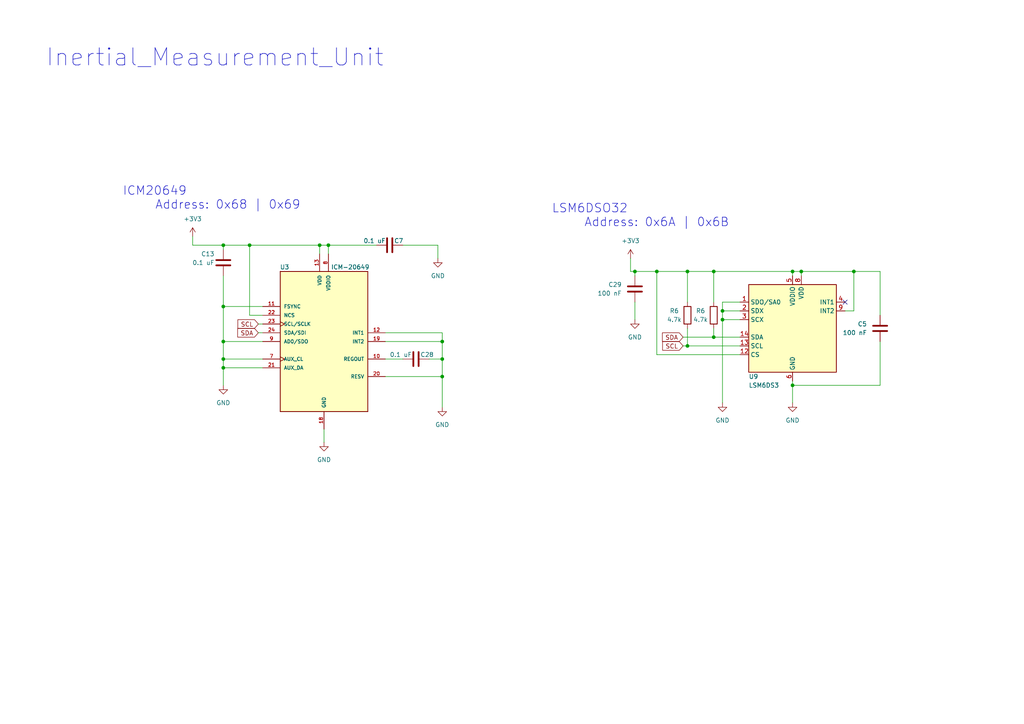
<source format=kicad_sch>
(kicad_sch (version 20230121) (generator eeschema)

  (uuid 0876c4dd-395c-4772-a5cf-f7ddfebc4239)

  (paper "A4")

  (lib_symbols
    (symbol "+3V3_1" (power) (pin_names (offset 0)) (in_bom yes) (on_board yes)
      (property "Reference" "#PWR" (at 0 -3.81 0)
        (effects (font (size 1.27 1.27)) hide)
      )
      (property "Value" "+3V3_1" (at 0 3.556 0)
        (effects (font (size 1.27 1.27)))
      )
      (property "Footprint" "" (at 0 0 0)
        (effects (font (size 1.27 1.27)) hide)
      )
      (property "Datasheet" "" (at 0 0 0)
        (effects (font (size 1.27 1.27)) hide)
      )
      (property "ki_keywords" "global power" (at 0 0 0)
        (effects (font (size 1.27 1.27)) hide)
      )
      (property "ki_description" "Power symbol creates a global label with name \"+3V3\"" (at 0 0 0)
        (effects (font (size 1.27 1.27)) hide)
      )
      (symbol "+3V3_1_0_1"
        (polyline
          (pts
            (xy -0.762 1.27)
            (xy 0 2.54)
          )
          (stroke (width 0) (type default))
          (fill (type none))
        )
        (polyline
          (pts
            (xy 0 0)
            (xy 0 2.54)
          )
          (stroke (width 0) (type default))
          (fill (type none))
        )
        (polyline
          (pts
            (xy 0 2.54)
            (xy 0.762 1.27)
          )
          (stroke (width 0) (type default))
          (fill (type none))
        )
      )
      (symbol "+3V3_1_1_1"
        (pin power_in line (at 0 0 90) (length 0) hide
          (name "+3V3" (effects (font (size 1.27 1.27))))
          (number "1" (effects (font (size 1.27 1.27))))
        )
      )
    )
    (symbol "+3V3_2" (power) (pin_names (offset 0)) (in_bom yes) (on_board yes)
      (property "Reference" "#PWR" (at 0 -3.81 0)
        (effects (font (size 1.27 1.27)) hide)
      )
      (property "Value" "+3V3_2" (at 0 3.556 0)
        (effects (font (size 1.27 1.27)))
      )
      (property "Footprint" "" (at 0 0 0)
        (effects (font (size 1.27 1.27)) hide)
      )
      (property "Datasheet" "" (at 0 0 0)
        (effects (font (size 1.27 1.27)) hide)
      )
      (property "ki_keywords" "global power" (at 0 0 0)
        (effects (font (size 1.27 1.27)) hide)
      )
      (property "ki_description" "Power symbol creates a global label with name \"+3V3\"" (at 0 0 0)
        (effects (font (size 1.27 1.27)) hide)
      )
      (symbol "+3V3_2_0_1"
        (polyline
          (pts
            (xy -0.762 1.27)
            (xy 0 2.54)
          )
          (stroke (width 0) (type default))
          (fill (type none))
        )
        (polyline
          (pts
            (xy 0 0)
            (xy 0 2.54)
          )
          (stroke (width 0) (type default))
          (fill (type none))
        )
        (polyline
          (pts
            (xy 0 2.54)
            (xy 0.762 1.27)
          )
          (stroke (width 0) (type default))
          (fill (type none))
        )
      )
      (symbol "+3V3_2_1_1"
        (pin power_in line (at 0 0 90) (length 0) hide
          (name "+3V3" (effects (font (size 1.27 1.27))))
          (number "1" (effects (font (size 1.27 1.27))))
        )
      )
    )
    (symbol "Device:C" (pin_numbers hide) (pin_names (offset 0.254)) (in_bom yes) (on_board yes)
      (property "Reference" "C" (at 0.635 2.54 0)
        (effects (font (size 1.27 1.27)) (justify left))
      )
      (property "Value" "C" (at 0.635 -2.54 0)
        (effects (font (size 1.27 1.27)) (justify left))
      )
      (property "Footprint" "" (at 0.9652 -3.81 0)
        (effects (font (size 1.27 1.27)) hide)
      )
      (property "Datasheet" "~" (at 0 0 0)
        (effects (font (size 1.27 1.27)) hide)
      )
      (property "ki_keywords" "cap capacitor" (at 0 0 0)
        (effects (font (size 1.27 1.27)) hide)
      )
      (property "ki_description" "Unpolarized capacitor" (at 0 0 0)
        (effects (font (size 1.27 1.27)) hide)
      )
      (property "ki_fp_filters" "C_*" (at 0 0 0)
        (effects (font (size 1.27 1.27)) hide)
      )
      (symbol "C_0_1"
        (polyline
          (pts
            (xy -2.032 -0.762)
            (xy 2.032 -0.762)
          )
          (stroke (width 0.508) (type default))
          (fill (type none))
        )
        (polyline
          (pts
            (xy -2.032 0.762)
            (xy 2.032 0.762)
          )
          (stroke (width 0.508) (type default))
          (fill (type none))
        )
      )
      (symbol "C_1_1"
        (pin passive line (at 0 3.81 270) (length 2.794)
          (name "~" (effects (font (size 1.27 1.27))))
          (number "1" (effects (font (size 1.27 1.27))))
        )
        (pin passive line (at 0 -3.81 90) (length 2.794)
          (name "~" (effects (font (size 1.27 1.27))))
          (number "2" (effects (font (size 1.27 1.27))))
        )
      )
    )
    (symbol "Device:R" (pin_numbers hide) (pin_names (offset 0)) (in_bom yes) (on_board yes)
      (property "Reference" "R" (at 2.032 0 90)
        (effects (font (size 1.27 1.27)))
      )
      (property "Value" "R" (at 0 0 90)
        (effects (font (size 1.27 1.27)))
      )
      (property "Footprint" "" (at -1.778 0 90)
        (effects (font (size 1.27 1.27)) hide)
      )
      (property "Datasheet" "~" (at 0 0 0)
        (effects (font (size 1.27 1.27)) hide)
      )
      (property "ki_keywords" "R res resistor" (at 0 0 0)
        (effects (font (size 1.27 1.27)) hide)
      )
      (property "ki_description" "Resistor" (at 0 0 0)
        (effects (font (size 1.27 1.27)) hide)
      )
      (property "ki_fp_filters" "R_*" (at 0 0 0)
        (effects (font (size 1.27 1.27)) hide)
      )
      (symbol "R_0_1"
        (rectangle (start -1.016 -2.54) (end 1.016 2.54)
          (stroke (width 0.254) (type default))
          (fill (type none))
        )
      )
      (symbol "R_1_1"
        (pin passive line (at 0 3.81 270) (length 1.27)
          (name "~" (effects (font (size 1.27 1.27))))
          (number "1" (effects (font (size 1.27 1.27))))
        )
        (pin passive line (at 0 -3.81 90) (length 1.27)
          (name "~" (effects (font (size 1.27 1.27))))
          (number "2" (effects (font (size 1.27 1.27))))
        )
      )
    )
    (symbol "EXO_BRONCO_Avionics_Sym:ICM-20649" (pin_names (offset 1.016)) (in_bom yes) (on_board yes)
      (property "Reference" "U" (at -12.7139 20.9779 0)
        (effects (font (size 1.27 1.27)) (justify left bottom))
      )
      (property "Value" "ICM-20649" (at -12.7066 -22.8719 0)
        (effects (font (size 1.27 1.27)) (justify left bottom))
      )
      (property "Footprint" "Exo_Bronco_Avionics_Footprints:QFN40P300X300X95-24N" (at 0 -55.88 0)
        (effects (font (size 1.27 1.27)) (justify bottom) hide)
      )
      (property "Datasheet" "" (at 0 0 0)
        (effects (font (size 1.27 1.27)) hide)
      )
      (property "MF" "TDK InvenSense" (at -29.21 -55.88 0)
        (effects (font (size 1.27 1.27)) (justify bottom) hide)
      )
      (property "DESCRIPTION" "Wide-Range 6-Axis MEMS MotionTracking Device for Sports and High Impact Applications" (at 11.43 -31.75 0)
        (effects (font (size 1.27 1.27)) (justify bottom) hide)
      )
      (property "PACKAGE" "QFN-24 InvenSense" (at -8.89 -53.34 0)
        (effects (font (size 1.27 1.27)) (justify bottom) hide)
      )
      (property "NOTES" "The center Exposed Pad (EP), for MPU devices is a No Connect (NC) pad. To avoid package stress, do not solder the EP to the PCB. Please refer to the document “AN-IVS-0002A-00”. As a result of these guidelines, the exposed pad has not been included on the PCB footprint. We’ve added a keep-out area under the exposed pad. Please don’t route traces or vias under the part, on the same side of the board" (at -7.62 -44.45 0)
        (effects (font (size 1.27 1.27)) (justify bottom) hide)
      )
      (property "Package" "QFN-24 TDK" (at 8.89 -52.07 0)
        (effects (font (size 1.27 1.27)) (justify bottom) hide)
      )
      (property "Check_prices" "https://www.snapeda.com/parts/ICM-20649/TDK+InvenSense/view-part/?ref=eda" (at 15.24 -27.94 0)
        (effects (font (size 1.27 1.27)) (justify bottom) hide)
      )
      (property "Price" "None" (at 25.4 -55.88 0)
        (effects (font (size 1.27 1.27)) (justify bottom) hide)
      )
      (property "PRICE" "None" (at -5.08 -58.42 0)
        (effects (font (size 1.27 1.27)) (justify bottom) hide)
      )
      (property "SnapEDA_Link" "https://www.snapeda.com/parts/ICM-20649/TDK+InvenSense/view-part/?ref=snap" (at 7.62 -39.37 0)
        (effects (font (size 1.27 1.27)) (justify bottom) hide)
      )
      (property "MP" "ICM-20649" (at 6.35 -59.69 0)
        (effects (font (size 1.27 1.27)) (justify bottom) hide)
      )
      (property "Purchase-URL" "https://www.snapeda.com/api/url_track_click_mouser/?unipart_id=557276&manufacturer=TDK InvenSense&part_name=ICM-20649&search_term=None" (at 1.27 -34.29 0)
        (effects (font (size 1.27 1.27)) (justify bottom) hide)
      )
      (property "Availability" "In Stock" (at -26.67 -53.34 0)
        (effects (font (size 1.27 1.27)) (justify bottom) hide)
      )
      (property "AVAILABILITY" "Unavailable" (at -7.62 -63.5 0)
        (effects (font (size 1.27 1.27)) (justify bottom) hide)
      )
      (property "Description" "\nAccelerometer, Gyroscope, Temperature, 6 Axis Sensor I²C, SPI Output\n" (at 7.62 -48.26 0)
        (effects (font (size 1.27 1.27)) (justify bottom) hide)
      )
      (symbol "ICM-20649_0_0"
        (rectangle (start -12.7 20.32) (end 12.7 -20.32)
          (stroke (width 0.254) (type default))
          (fill (type background))
        )
        (pin passive line (at 17.78 -5.08 180) (length 5.08)
          (name "REGOUT" (effects (font (size 1.016 1.016))))
          (number "10" (effects (font (size 1.016 1.016))))
        )
        (pin input line (at -17.78 10.16 0) (length 5.08)
          (name "FSYNC" (effects (font (size 1.016 1.016))))
          (number "11" (effects (font (size 1.016 1.016))))
        )
        (pin output line (at 17.78 2.54 180) (length 5.08)
          (name "INT1" (effects (font (size 1.016 1.016))))
          (number "12" (effects (font (size 1.016 1.016))))
        )
        (pin power_in line (at -1.27 25.4 270) (length 5.08)
          (name "VDD" (effects (font (size 1.016 1.016))))
          (number "13" (effects (font (size 1.016 1.016))))
        )
        (pin power_in line (at 0 -25.4 90) (length 5.08)
          (name "GND" (effects (font (size 1.016 1.016))))
          (number "18" (effects (font (size 1.016 1.016))))
        )
        (pin output line (at 17.78 0 180) (length 5.08)
          (name "INT2" (effects (font (size 1.016 1.016))))
          (number "19" (effects (font (size 1.016 1.016))))
        )
        (pin passive line (at 17.78 -10.16 180) (length 5.08)
          (name "RESV" (effects (font (size 1.016 1.016))))
          (number "20" (effects (font (size 1.016 1.016))))
        )
        (pin bidirectional line (at -17.78 -7.62 0) (length 5.08)
          (name "AUX_DA" (effects (font (size 1.016 1.016))))
          (number "21" (effects (font (size 1.016 1.016))))
        )
        (pin input line (at -17.78 7.62 0) (length 5.08)
          (name "NCS" (effects (font (size 1.016 1.016))))
          (number "22" (effects (font (size 1.016 1.016))))
        )
        (pin input clock (at -17.78 5.08 0) (length 5.08)
          (name "SCL/SCLK" (effects (font (size 1.016 1.016))))
          (number "23" (effects (font (size 1.016 1.016))))
        )
        (pin input line (at -17.78 2.54 0) (length 5.08)
          (name "SDA/SDI" (effects (font (size 1.016 1.016))))
          (number "24" (effects (font (size 1.016 1.016))))
        )
        (pin bidirectional clock (at -17.78 -5.08 0) (length 5.08)
          (name "AUX_CL" (effects (font (size 1.016 1.016))))
          (number "7" (effects (font (size 1.016 1.016))))
        )
        (pin power_in line (at 1.27 25.4 270) (length 5.08)
          (name "VDDIO" (effects (font (size 1.016 1.016))))
          (number "8" (effects (font (size 1.016 1.016))))
        )
        (pin output line (at -17.78 0 0) (length 5.08)
          (name "AD0/SDO" (effects (font (size 1.016 1.016))))
          (number "9" (effects (font (size 1.016 1.016))))
        )
      )
    )
    (symbol "GND_1" (power) (pin_names (offset 0)) (in_bom yes) (on_board yes)
      (property "Reference" "#PWR" (at 0 -6.35 0)
        (effects (font (size 1.27 1.27)) hide)
      )
      (property "Value" "GND_1" (at 0 -3.81 0)
        (effects (font (size 1.27 1.27)))
      )
      (property "Footprint" "" (at 0 0 0)
        (effects (font (size 1.27 1.27)) hide)
      )
      (property "Datasheet" "" (at 0 0 0)
        (effects (font (size 1.27 1.27)) hide)
      )
      (property "ki_keywords" "global power" (at 0 0 0)
        (effects (font (size 1.27 1.27)) hide)
      )
      (property "ki_description" "Power symbol creates a global label with name \"GND\" , ground" (at 0 0 0)
        (effects (font (size 1.27 1.27)) hide)
      )
      (symbol "GND_1_0_1"
        (polyline
          (pts
            (xy 0 0)
            (xy 0 -1.27)
            (xy 1.27 -1.27)
            (xy 0 -2.54)
            (xy -1.27 -1.27)
            (xy 0 -1.27)
          )
          (stroke (width 0) (type default))
          (fill (type none))
        )
      )
      (symbol "GND_1_1_1"
        (pin power_in line (at 0 0 270) (length 0) hide
          (name "GND" (effects (font (size 1.27 1.27))))
          (number "1" (effects (font (size 1.27 1.27))))
        )
      )
    )
    (symbol "GND_2" (power) (pin_names (offset 0)) (in_bom yes) (on_board yes)
      (property "Reference" "#PWR" (at 0 -6.35 0)
        (effects (font (size 1.27 1.27)) hide)
      )
      (property "Value" "GND_2" (at 0 -3.81 0)
        (effects (font (size 1.27 1.27)))
      )
      (property "Footprint" "" (at 0 0 0)
        (effects (font (size 1.27 1.27)) hide)
      )
      (property "Datasheet" "" (at 0 0 0)
        (effects (font (size 1.27 1.27)) hide)
      )
      (property "ki_keywords" "global power" (at 0 0 0)
        (effects (font (size 1.27 1.27)) hide)
      )
      (property "ki_description" "Power symbol creates a global label with name \"GND\" , ground" (at 0 0 0)
        (effects (font (size 1.27 1.27)) hide)
      )
      (symbol "GND_2_0_1"
        (polyline
          (pts
            (xy 0 0)
            (xy 0 -1.27)
            (xy 1.27 -1.27)
            (xy 0 -2.54)
            (xy -1.27 -1.27)
            (xy 0 -1.27)
          )
          (stroke (width 0) (type default))
          (fill (type none))
        )
      )
      (symbol "GND_2_1_1"
        (pin power_in line (at 0 0 270) (length 0) hide
          (name "GND" (effects (font (size 1.27 1.27))))
          (number "1" (effects (font (size 1.27 1.27))))
        )
      )
    )
    (symbol "GND_3" (power) (pin_names (offset 0)) (in_bom yes) (on_board yes)
      (property "Reference" "#PWR" (at 0 -6.35 0)
        (effects (font (size 1.27 1.27)) hide)
      )
      (property "Value" "GND_3" (at 0 -3.81 0)
        (effects (font (size 1.27 1.27)))
      )
      (property "Footprint" "" (at 0 0 0)
        (effects (font (size 1.27 1.27)) hide)
      )
      (property "Datasheet" "" (at 0 0 0)
        (effects (font (size 1.27 1.27)) hide)
      )
      (property "ki_keywords" "global power" (at 0 0 0)
        (effects (font (size 1.27 1.27)) hide)
      )
      (property "ki_description" "Power symbol creates a global label with name \"GND\" , ground" (at 0 0 0)
        (effects (font (size 1.27 1.27)) hide)
      )
      (symbol "GND_3_0_1"
        (polyline
          (pts
            (xy 0 0)
            (xy 0 -1.27)
            (xy 1.27 -1.27)
            (xy 0 -2.54)
            (xy -1.27 -1.27)
            (xy 0 -1.27)
          )
          (stroke (width 0) (type default))
          (fill (type none))
        )
      )
      (symbol "GND_3_1_1"
        (pin power_in line (at 0 0 270) (length 0) hide
          (name "GND" (effects (font (size 1.27 1.27))))
          (number "1" (effects (font (size 1.27 1.27))))
        )
      )
    )
    (symbol "Sensor_Motion:LSM6DS3" (in_bom yes) (on_board yes)
      (property "Reference" "U" (at -11.43 15.24 0)
        (effects (font (size 1.27 1.27)) (justify left))
      )
      (property "Value" "LSM6DS3" (at -11.43 12.7 0)
        (effects (font (size 1.27 1.27)) (justify left bottom))
      )
      (property "Footprint" "Package_LGA:LGA-14_3x2.5mm_P0.5mm_LayoutBorder3x4y" (at -10.16 -17.78 0)
        (effects (font (size 1.27 1.27)) (justify left) hide)
      )
      (property "Datasheet" "https://www.st.com/resource/en/datasheet/lsm6ds3tr-c.pdf" (at 2.54 -16.51 0)
        (effects (font (size 1.27 1.27)) hide)
      )
      (property "ki_keywords" "Accelerometer Gyroscope MEMS" (at 0 0 0)
        (effects (font (size 1.27 1.27)) hide)
      )
      (property "ki_description" "I2C/SPI, iNEMO inertial module: always-on 3D accelerometer and 3D gyroscope" (at 0 0 0)
        (effects (font (size 1.27 1.27)) hide)
      )
      (property "ki_fp_filters" "LGA*3x2.5mm*P0.5mm*LayoutBorder3x4y*" (at 0 0 0)
        (effects (font (size 1.27 1.27)) hide)
      )
      (symbol "LSM6DS3_0_1"
        (rectangle (start -12.7 12.7) (end 12.7 -12.7)
          (stroke (width 0.254) (type default))
          (fill (type background))
        )
      )
      (symbol "LSM6DS3_1_1"
        (pin bidirectional line (at -15.24 7.62 0) (length 2.54)
          (name "SDO/SA0" (effects (font (size 1.27 1.27))))
          (number "1" (effects (font (size 1.27 1.27))))
        )
        (pin no_connect line (at 12.7 -5.08 180) (length 3.81) hide
          (name "NC" (effects (font (size 1.27 1.27))))
          (number "10" (effects (font (size 1.27 1.27))))
        )
        (pin no_connect line (at 12.7 -2.54 180) (length 3.81) hide
          (name "NC" (effects (font (size 1.27 1.27))))
          (number "11" (effects (font (size 1.27 1.27))))
        )
        (pin input line (at -15.24 -7.62 0) (length 2.54)
          (name "CS" (effects (font (size 1.27 1.27))))
          (number "12" (effects (font (size 1.27 1.27))))
        )
        (pin input line (at -15.24 -5.08 0) (length 2.54)
          (name "SCL" (effects (font (size 1.27 1.27))))
          (number "13" (effects (font (size 1.27 1.27))))
        )
        (pin bidirectional line (at -15.24 -2.54 0) (length 2.54)
          (name "SDA" (effects (font (size 1.27 1.27))))
          (number "14" (effects (font (size 1.27 1.27))))
        )
        (pin bidirectional line (at -15.24 5.08 0) (length 2.54)
          (name "SDX" (effects (font (size 1.27 1.27))))
          (number "2" (effects (font (size 1.27 1.27))))
        )
        (pin input line (at -15.24 2.54 0) (length 2.54)
          (name "SCX" (effects (font (size 1.27 1.27))))
          (number "3" (effects (font (size 1.27 1.27))))
        )
        (pin output line (at 15.24 7.62 180) (length 2.54)
          (name "INT1" (effects (font (size 1.27 1.27))))
          (number "4" (effects (font (size 1.27 1.27))))
        )
        (pin power_in line (at 0 15.24 270) (length 2.54)
          (name "VDDIO" (effects (font (size 1.27 1.27))))
          (number "5" (effects (font (size 1.27 1.27))))
        )
        (pin power_in line (at 0 -15.24 90) (length 2.54)
          (name "GND" (effects (font (size 1.27 1.27))))
          (number "6" (effects (font (size 1.27 1.27))))
        )
        (pin passive line (at 0 -15.24 90) (length 2.54) hide
          (name "GND" (effects (font (size 1.27 1.27))))
          (number "7" (effects (font (size 1.27 1.27))))
        )
        (pin power_in line (at 2.54 15.24 270) (length 2.54)
          (name "VDD" (effects (font (size 1.27 1.27))))
          (number "8" (effects (font (size 1.27 1.27))))
        )
        (pin output line (at 15.24 5.08 180) (length 2.54)
          (name "INT2" (effects (font (size 1.27 1.27))))
          (number "9" (effects (font (size 1.27 1.27))))
        )
      )
    )
    (symbol "power:GND" (power) (pin_names (offset 0)) (in_bom yes) (on_board yes)
      (property "Reference" "#PWR" (at 0 -6.35 0)
        (effects (font (size 1.27 1.27)) hide)
      )
      (property "Value" "GND" (at 0 -3.81 0)
        (effects (font (size 1.27 1.27)))
      )
      (property "Footprint" "" (at 0 0 0)
        (effects (font (size 1.27 1.27)) hide)
      )
      (property "Datasheet" "" (at 0 0 0)
        (effects (font (size 1.27 1.27)) hide)
      )
      (property "ki_keywords" "global power" (at 0 0 0)
        (effects (font (size 1.27 1.27)) hide)
      )
      (property "ki_description" "Power symbol creates a global label with name \"GND\" , ground" (at 0 0 0)
        (effects (font (size 1.27 1.27)) hide)
      )
      (symbol "GND_0_1"
        (polyline
          (pts
            (xy 0 0)
            (xy 0 -1.27)
            (xy 1.27 -1.27)
            (xy 0 -2.54)
            (xy -1.27 -1.27)
            (xy 0 -1.27)
          )
          (stroke (width 0) (type default))
          (fill (type none))
        )
      )
      (symbol "GND_1_1"
        (pin power_in line (at 0 0 270) (length 0) hide
          (name "GND" (effects (font (size 1.27 1.27))))
          (number "1" (effects (font (size 1.27 1.27))))
        )
      )
    )
  )

  (junction (at 64.77 71.12) (diameter 0) (color 0 0 0 0)
    (uuid 00ced96b-630d-45c4-af46-5d08bc90b0d1)
  )
  (junction (at 207.01 78.74) (diameter 0) (color 0 0 0 0)
    (uuid 06814638-2a55-48e3-b97f-44df21d5f203)
  )
  (junction (at 184.15 78.74) (diameter 0) (color 0 0 0 0)
    (uuid 0f4890ed-53ce-46d6-a31a-7c35040ebdbd)
  )
  (junction (at 209.55 92.71) (diameter 0) (color 0 0 0 0)
    (uuid 1901098d-64a6-4126-8b3b-e279613eeea1)
  )
  (junction (at 128.27 109.22) (diameter 0) (color 0 0 0 0)
    (uuid 1fc91669-f023-4bed-8b92-fb08da43ff0b)
  )
  (junction (at 64.77 106.68) (diameter 0) (color 0 0 0 0)
    (uuid 3487ef81-d024-47de-a600-59ba64004f79)
  )
  (junction (at 209.55 90.17) (diameter 0) (color 0 0 0 0)
    (uuid 56edc0c1-1c2d-4d74-a639-85c31e9755bd)
  )
  (junction (at 232.41 78.74) (diameter 0) (color 0 0 0 0)
    (uuid 6bc5ed2c-a146-4cf3-9144-a38eaddf86c7)
  )
  (junction (at 128.27 99.06) (diameter 0) (color 0 0 0 0)
    (uuid 7d5b17c2-a846-4960-8686-bb8d3baf13d3)
  )
  (junction (at 229.87 78.74) (diameter 0) (color 0 0 0 0)
    (uuid 84f11184-22a9-4180-9ae3-b5da335f313c)
  )
  (junction (at 190.5 78.74) (diameter 0) (color 0 0 0 0)
    (uuid 9e3dd726-006f-4f5f-9ece-fedc4d0e7f2c)
  )
  (junction (at 72.39 71.12) (diameter 0) (color 0 0 0 0)
    (uuid a30ae25a-848d-4c65-9dd7-23e0555381e4)
  )
  (junction (at 92.71 71.12) (diameter 0) (color 0 0 0 0)
    (uuid acf85030-4cfa-47c3-9fee-2a864422692f)
  )
  (junction (at 199.39 100.33) (diameter 0) (color 0 0 0 0)
    (uuid b5048638-a69e-4a09-a64e-6fbf9769b83c)
  )
  (junction (at 64.77 88.9) (diameter 0) (color 0 0 0 0)
    (uuid bc9079dc-77e5-4d88-9126-a8749686c6b3)
  )
  (junction (at 64.77 104.14) (diameter 0) (color 0 0 0 0)
    (uuid c2629ae8-f05d-4b4a-b2a3-e923f933be82)
  )
  (junction (at 229.87 111.76) (diameter 0) (color 0 0 0 0)
    (uuid c6f995be-460d-4e9e-b2d2-500f39c49476)
  )
  (junction (at 64.77 99.06) (diameter 0) (color 0 0 0 0)
    (uuid db6c1255-e86e-4e50-bd9d-2f3a26b87a5f)
  )
  (junction (at 207.01 97.79) (diameter 0) (color 0 0 0 0)
    (uuid e20b78fd-210f-4a7c-9d55-65245f16d404)
  )
  (junction (at 247.65 78.74) (diameter 0) (color 0 0 0 0)
    (uuid e89e939b-9f8e-49fe-9249-9aa079141ced)
  )
  (junction (at 128.27 104.14) (diameter 0) (color 0 0 0 0)
    (uuid f403c150-e0b3-4d84-97ae-cc35e8bfc891)
  )
  (junction (at 95.25 71.12) (diameter 0) (color 0 0 0 0)
    (uuid f81c6f76-d33d-4b1f-9c75-ccff0cd57dff)
  )
  (junction (at 199.39 78.74) (diameter 0) (color 0 0 0 0)
    (uuid f9e2915d-be41-48ac-b59c-d07b69f05415)
  )

  (no_connect (at 245.11 87.63) (uuid a6b3ebad-c2a9-4d73-a602-334252e667c2))

  (wire (pts (xy 247.65 78.74) (xy 255.27 78.74))
    (stroke (width 0) (type default))
    (uuid 002461c0-e01e-4d41-9964-15cc736cbc41)
  )
  (wire (pts (xy 111.76 109.22) (xy 128.27 109.22))
    (stroke (width 0) (type default))
    (uuid 02e97546-8ee9-4f04-bf63-1ac768a90e1b)
  )
  (wire (pts (xy 229.87 80.01) (xy 229.87 78.74))
    (stroke (width 0) (type default))
    (uuid 0525ca0e-8cd6-452b-b1e5-a9ae337a96c6)
  )
  (wire (pts (xy 198.12 97.79) (xy 207.01 97.79))
    (stroke (width 0) (type default))
    (uuid 0d183797-e9d4-4c66-bb29-2fec48c58d59)
  )
  (wire (pts (xy 199.39 95.25) (xy 199.39 100.33))
    (stroke (width 0) (type default))
    (uuid 0d55fb41-8614-48c3-8b80-043c90e1f6dd)
  )
  (wire (pts (xy 111.76 104.14) (xy 116.84 104.14))
    (stroke (width 0) (type default))
    (uuid 12012bc8-2bc2-4f05-82ae-a3bae02daf1f)
  )
  (wire (pts (xy 72.39 91.44) (xy 76.2 91.44))
    (stroke (width 0) (type default))
    (uuid 1325b11c-855b-483c-87ff-f0cf63ad27a0)
  )
  (wire (pts (xy 207.01 78.74) (xy 229.87 78.74))
    (stroke (width 0) (type default))
    (uuid 1497b919-58e7-4b1a-9942-d543770c661a)
  )
  (wire (pts (xy 95.25 71.12) (xy 92.71 71.12))
    (stroke (width 0) (type default))
    (uuid 173b8625-3e0e-47ae-a4a2-6b8a53b9ec09)
  )
  (wire (pts (xy 64.77 71.12) (xy 72.39 71.12))
    (stroke (width 0) (type default))
    (uuid 1dce2b8e-3521-4711-8448-03a74f2b05ff)
  )
  (wire (pts (xy 72.39 91.44) (xy 72.39 71.12))
    (stroke (width 0) (type default))
    (uuid 1e7f54e8-7997-49d6-8d98-4f3259e98900)
  )
  (wire (pts (xy 124.46 104.14) (xy 128.27 104.14))
    (stroke (width 0) (type default))
    (uuid 23c36fc1-6d5a-419c-8acc-b484d563de7a)
  )
  (wire (pts (xy 92.71 71.12) (xy 92.71 73.66))
    (stroke (width 0) (type default))
    (uuid 250657b4-9e51-4389-aad7-9f513643698f)
  )
  (wire (pts (xy 207.01 97.79) (xy 214.63 97.79))
    (stroke (width 0) (type default))
    (uuid 286147c5-3302-4de7-b664-b7e72168e679)
  )
  (wire (pts (xy 127 71.12) (xy 127 74.93))
    (stroke (width 0) (type default))
    (uuid 2c108a98-a470-48b3-a187-a12271d08d55)
  )
  (wire (pts (xy 128.27 96.52) (xy 128.27 99.06))
    (stroke (width 0) (type default))
    (uuid 2e91a30b-b959-455c-9535-8d85b85973e9)
  )
  (wire (pts (xy 64.77 71.12) (xy 64.77 72.39))
    (stroke (width 0) (type default))
    (uuid 2f36ba4f-6f93-412d-9d2f-7332258b9f21)
  )
  (wire (pts (xy 229.87 111.76) (xy 229.87 116.84))
    (stroke (width 0) (type default))
    (uuid 30a8cf1e-5cd0-4610-b8c8-f26f566ac3c1)
  )
  (wire (pts (xy 55.88 68.58) (xy 55.88 71.12))
    (stroke (width 0) (type default))
    (uuid 344762cc-111a-43bf-a0e1-f1a8fcdf4a99)
  )
  (wire (pts (xy 93.98 124.46) (xy 93.98 128.27))
    (stroke (width 0) (type default))
    (uuid 3df1619f-e10b-4949-99c1-b9bc54f853fd)
  )
  (wire (pts (xy 128.27 99.06) (xy 128.27 104.14))
    (stroke (width 0) (type default))
    (uuid 3fe8a647-348d-4ce5-a2ba-fce730e3927d)
  )
  (wire (pts (xy 229.87 110.49) (xy 229.87 111.76))
    (stroke (width 0) (type default))
    (uuid 42a0b302-e6e2-4f5a-b396-606581fa1856)
  )
  (wire (pts (xy 209.55 92.71) (xy 214.63 92.71))
    (stroke (width 0) (type default))
    (uuid 45c3b7b9-d431-45d5-8fd0-5db1f08f8243)
  )
  (wire (pts (xy 64.77 104.14) (xy 64.77 106.68))
    (stroke (width 0) (type default))
    (uuid 546a0597-9490-45da-970b-2408b2b79dd6)
  )
  (wire (pts (xy 64.77 99.06) (xy 76.2 99.06))
    (stroke (width 0) (type default))
    (uuid 5741af3a-2c1f-4466-85ed-501b168b36a0)
  )
  (wire (pts (xy 198.12 100.33) (xy 199.39 100.33))
    (stroke (width 0) (type default))
    (uuid 59923998-88d3-4c53-ad73-71452643f099)
  )
  (wire (pts (xy 64.77 88.9) (xy 64.77 99.06))
    (stroke (width 0) (type default))
    (uuid 5ced5d3c-1165-42cb-9ae3-771c0eb628d3)
  )
  (wire (pts (xy 128.27 109.22) (xy 128.27 118.11))
    (stroke (width 0) (type default))
    (uuid 5d7a5354-467e-47c2-87f6-76723c5bbdd8)
  )
  (wire (pts (xy 111.76 99.06) (xy 128.27 99.06))
    (stroke (width 0) (type default))
    (uuid 61411028-b5f0-45dc-9102-65c3d83cca0b)
  )
  (wire (pts (xy 199.39 100.33) (xy 214.63 100.33))
    (stroke (width 0) (type default))
    (uuid 664b0b9b-3e6c-48a9-86b7-ad470e7bfe40)
  )
  (wire (pts (xy 190.5 102.87) (xy 214.63 102.87))
    (stroke (width 0) (type default))
    (uuid 66e5ff2f-eae2-4e79-91ed-b5438d6ef373)
  )
  (wire (pts (xy 232.41 80.01) (xy 232.41 78.74))
    (stroke (width 0) (type default))
    (uuid 68f5903e-b1ba-4b96-9f08-8aa8e24d31a9)
  )
  (wire (pts (xy 255.27 78.74) (xy 255.27 91.44))
    (stroke (width 0) (type default))
    (uuid 69ef9fa9-072f-49a1-9d9a-c1780447cb8f)
  )
  (wire (pts (xy 182.88 74.93) (xy 182.88 78.74))
    (stroke (width 0) (type default))
    (uuid 6b999bf8-4227-4127-9874-c7aaadd05b11)
  )
  (wire (pts (xy 184.15 78.74) (xy 184.15 80.01))
    (stroke (width 0) (type default))
    (uuid 6bd1c58f-9821-479f-8411-e650717bd16f)
  )
  (wire (pts (xy 255.27 111.76) (xy 229.87 111.76))
    (stroke (width 0) (type default))
    (uuid 71e2df8c-e8c9-49fd-ac09-5ce035bb1195)
  )
  (wire (pts (xy 199.39 78.74) (xy 207.01 78.74))
    (stroke (width 0) (type default))
    (uuid 73325e8e-4515-4cb2-829c-8eba78223d84)
  )
  (wire (pts (xy 209.55 87.63) (xy 209.55 90.17))
    (stroke (width 0) (type default))
    (uuid 761d27e9-fd7f-46be-bc46-1fff14e6c0d8)
  )
  (wire (pts (xy 255.27 99.06) (xy 255.27 111.76))
    (stroke (width 0) (type default))
    (uuid 812fa16c-ee34-498c-aa5c-f90894c90790)
  )
  (wire (pts (xy 64.77 104.14) (xy 76.2 104.14))
    (stroke (width 0) (type default))
    (uuid 847a20b5-390c-4e3a-83a2-e41963af47e9)
  )
  (wire (pts (xy 55.88 71.12) (xy 64.77 71.12))
    (stroke (width 0) (type default))
    (uuid 86a13705-4c1e-4876-bb80-845fe8ee1d69)
  )
  (wire (pts (xy 64.77 99.06) (xy 64.77 104.14))
    (stroke (width 0) (type default))
    (uuid 87e08f32-834b-41ea-8e45-0bd60c83ffcb)
  )
  (wire (pts (xy 74.93 93.98) (xy 76.2 93.98))
    (stroke (width 0) (type default))
    (uuid 886eb12d-5548-48de-8119-705383cda93f)
  )
  (wire (pts (xy 64.77 106.68) (xy 64.77 111.76))
    (stroke (width 0) (type default))
    (uuid 9e63bacb-fba5-4b09-b7b7-86acfdb9bf9f)
  )
  (wire (pts (xy 184.15 87.63) (xy 184.15 92.71))
    (stroke (width 0) (type default))
    (uuid a873c1bd-5cb1-4d2e-92de-4e17622e9fe5)
  )
  (wire (pts (xy 209.55 90.17) (xy 214.63 90.17))
    (stroke (width 0) (type default))
    (uuid ab56896d-9300-4588-8f16-469825213626)
  )
  (wire (pts (xy 95.25 73.66) (xy 95.25 71.12))
    (stroke (width 0) (type default))
    (uuid b43ddeb3-521a-43f4-b19a-cceb227bdb3d)
  )
  (wire (pts (xy 128.27 104.14) (xy 128.27 109.22))
    (stroke (width 0) (type default))
    (uuid b60ab18f-40eb-4ee3-8e72-61d60882d320)
  )
  (wire (pts (xy 64.77 88.9) (xy 76.2 88.9))
    (stroke (width 0) (type default))
    (uuid b85076e0-6c68-40cc-9298-4bec88b2d8ff)
  )
  (wire (pts (xy 247.65 90.17) (xy 247.65 78.74))
    (stroke (width 0) (type default))
    (uuid ba401959-9428-4caa-9797-66ffe9490cb6)
  )
  (wire (pts (xy 247.65 78.74) (xy 232.41 78.74))
    (stroke (width 0) (type default))
    (uuid bb049ff0-0a6e-4e50-8f0d-95b891a43494)
  )
  (wire (pts (xy 182.88 78.74) (xy 184.15 78.74))
    (stroke (width 0) (type default))
    (uuid bdd1a010-010d-43bd-b288-7850f9fff9f4)
  )
  (wire (pts (xy 64.77 106.68) (xy 76.2 106.68))
    (stroke (width 0) (type default))
    (uuid c09a51d3-7ddb-4f5e-9520-d89b97580e0f)
  )
  (wire (pts (xy 245.11 90.17) (xy 247.65 90.17))
    (stroke (width 0) (type default))
    (uuid c2b889a9-e949-4fbd-9948-22ec3babf363)
  )
  (wire (pts (xy 190.5 102.87) (xy 190.5 78.74))
    (stroke (width 0) (type default))
    (uuid c8ed144b-b7c0-439c-bc90-afc6a38c8813)
  )
  (wire (pts (xy 232.41 78.74) (xy 229.87 78.74))
    (stroke (width 0) (type default))
    (uuid d54e8fc7-1c2e-40fc-b1b1-821e509fcbeb)
  )
  (wire (pts (xy 184.15 78.74) (xy 190.5 78.74))
    (stroke (width 0) (type default))
    (uuid d5cb0bbb-6772-4bf4-a894-c54848b34c8c)
  )
  (wire (pts (xy 116.84 71.12) (xy 127 71.12))
    (stroke (width 0) (type default))
    (uuid d7ee2cbb-849b-416d-b01d-dd5cb9fbb46e)
  )
  (wire (pts (xy 207.01 95.25) (xy 207.01 97.79))
    (stroke (width 0) (type default))
    (uuid e039a788-34b5-4e48-9315-c59500a217bd)
  )
  (wire (pts (xy 209.55 90.17) (xy 209.55 92.71))
    (stroke (width 0) (type default))
    (uuid e23e8bd8-799d-4b6e-89c6-a936ecaa7ff4)
  )
  (wire (pts (xy 214.63 87.63) (xy 209.55 87.63))
    (stroke (width 0) (type default))
    (uuid e7fe855a-2f07-4797-8b91-413a5fd5a9de)
  )
  (wire (pts (xy 72.39 71.12) (xy 92.71 71.12))
    (stroke (width 0) (type default))
    (uuid e9d6751b-db56-43cf-8d7f-1be402f1464e)
  )
  (wire (pts (xy 64.77 80.01) (xy 64.77 88.9))
    (stroke (width 0) (type default))
    (uuid ea161fd7-9edc-49ff-9ece-2cbf8c85601a)
  )
  (wire (pts (xy 199.39 87.63) (xy 199.39 78.74))
    (stroke (width 0) (type default))
    (uuid ee0ed388-488e-4725-adae-28622d698bb4)
  )
  (wire (pts (xy 209.55 92.71) (xy 209.55 116.84))
    (stroke (width 0) (type default))
    (uuid ee42e5f0-23a1-4279-aa24-aac0ae60e3ea)
  )
  (wire (pts (xy 111.76 96.52) (xy 128.27 96.52))
    (stroke (width 0) (type default))
    (uuid f58f0720-4979-4231-9590-6abfee23d4f3)
  )
  (wire (pts (xy 74.93 96.52) (xy 76.2 96.52))
    (stroke (width 0) (type default))
    (uuid f676a5fb-8d63-4e05-b562-5189bf5d62a3)
  )
  (wire (pts (xy 95.25 71.12) (xy 109.22 71.12))
    (stroke (width 0) (type default))
    (uuid fa493059-5581-4e00-9c78-197d23c431fc)
  )
  (wire (pts (xy 207.01 78.74) (xy 207.01 87.63))
    (stroke (width 0) (type default))
    (uuid fb936010-e595-4c49-8e4d-3028056165ac)
  )
  (wire (pts (xy 190.5 78.74) (xy 199.39 78.74))
    (stroke (width 0) (type default))
    (uuid ffde251c-843d-469d-aa95-14db949a24a2)
  )

  (text "Inertial_Measurement_Unit" (at 13.208 19.7104 0)
    (effects (font (size 5 5)) (justify left bottom))
    (uuid 7da5eeb2-b2c2-45ef-81a9-bc22670dd03b)
  )
  (text "LSM6DSO32\n	Address: 0x6A | 0x6B\n" (at 160.02 66.04 0)
    (effects (font (size 2.5 2.5)) (justify left bottom))
    (uuid 8dfc014b-d966-47d8-a980-e8e8caf4f304)
  )
  (text "ICM20649\n	Address: 0x68 | 0x69" (at 35.56 60.96 0)
    (effects (font (size 2.5 2.5)) (justify left bottom))
    (uuid d0f7cb91-96a3-4f17-8b84-990f6c223379)
  )

  (global_label "SCL" (shape input) (at 198.12 100.33 180) (fields_autoplaced)
    (effects (font (size 1.27 1.27)) (justify right))
    (uuid 124211a4-2027-4c95-a5a8-15ee08dd9fad)
    (property "Intersheetrefs" "${INTERSHEET_REFS}" (at 192.1993 100.2506 0)
      (effects (font (size 1.27 1.27)) (justify right) hide)
    )
  )
  (global_label "SDA" (shape input) (at 74.93 96.52 180) (fields_autoplaced)
    (effects (font (size 1.27 1.27)) (justify right))
    (uuid 3ccd68cf-3897-4bc5-b022-9e5802ad49a0)
    (property "Intersheetrefs" "${INTERSHEET_REFS}" (at 68.9488 96.4406 0)
      (effects (font (size 1.27 1.27)) (justify right) hide)
    )
  )
  (global_label "SDA" (shape input) (at 198.12 97.79 180) (fields_autoplaced)
    (effects (font (size 1.27 1.27)) (justify right))
    (uuid 6368c247-9cb7-4a85-9433-1ce5d51f8430)
    (property "Intersheetrefs" "${INTERSHEET_REFS}" (at 192.1388 97.7106 0)
      (effects (font (size 1.27 1.27)) (justify right) hide)
    )
  )
  (global_label "SCL" (shape input) (at 74.93 93.98 180) (fields_autoplaced)
    (effects (font (size 1.27 1.27)) (justify right))
    (uuid 72f3cd6e-540d-4c13-9323-0929ea58ce43)
    (property "Intersheetrefs" "${INTERSHEET_REFS}" (at 69.0093 93.9006 0)
      (effects (font (size 1.27 1.27)) (justify right) hide)
    )
  )

  (symbol (lib_name "GND_1") (lib_id "power:GND") (at 64.77 111.76 0) (unit 1)
    (in_bom yes) (on_board yes) (dnp no) (fields_autoplaced)
    (uuid 11d655b4-aba5-4c63-97ce-8835febbccf2)
    (property "Reference" "#PWR07" (at 64.77 118.11 0)
      (effects (font (size 1.27 1.27)) hide)
    )
    (property "Value" "GND" (at 64.77 116.84 0)
      (effects (font (size 1.27 1.27)))
    )
    (property "Footprint" "" (at 64.77 111.76 0)
      (effects (font (size 1.27 1.27)) hide)
    )
    (property "Datasheet" "" (at 64.77 111.76 0)
      (effects (font (size 1.27 1.27)) hide)
    )
    (pin "1" (uuid b6b2dd9a-799e-4f72-a477-3743d00c21e4))
    (instances
      (project "AvionicsV0"
        (path "/e63e39d7-6ac0-4ffd-8aa3-1841a4541b55/d0780931-fd80-4887-ae40-469dcb55b038/5fd9cd45-83db-44e1-8378-6ef417a62416"
          (reference "#PWR07") (unit 1)
        )
      )
    )
  )

  (symbol (lib_id "Device:C") (at 255.27 95.25 0) (unit 1)
    (in_bom yes) (on_board yes) (dnp no)
    (uuid 18bd4c2d-d060-4510-92d4-6711e5230772)
    (property "Reference" "C5" (at 251.46 93.98 0)
      (effects (font (size 1.27 1.27)) (justify right))
    )
    (property "Value" "100 nF" (at 251.46 96.52 0)
      (effects (font (size 1.27 1.27)) (justify right))
    )
    (property "Footprint" "Capacitor_SMD:C_0603_1608Metric" (at 256.2352 99.06 0)
      (effects (font (size 1.27 1.27)) hide)
    )
    (property "Datasheet" "~" (at 255.27 95.25 0)
      (effects (font (size 1.27 1.27)) hide)
    )
    (pin "1" (uuid 4db1cb6e-447b-4729-a91d-4b7fd7677a24))
    (pin "2" (uuid 46145163-9412-4a1a-ba95-01e82e626ff3))
    (instances
      (project "AvionicsV0"
        (path "/e63e39d7-6ac0-4ffd-8aa3-1841a4541b55/d0780931-fd80-4887-ae40-469dcb55b038/5fd9cd45-83db-44e1-8378-6ef417a62416"
          (reference "C5") (unit 1)
        )
      )
    )
  )

  (symbol (lib_id "Device:R") (at 199.39 91.44 0) (unit 1)
    (in_bom yes) (on_board yes) (dnp no)
    (uuid 236f2a96-5345-4ddc-bd08-ff605eda1adb)
    (property "Reference" "R6" (at 195.58 90.17 0)
      (effects (font (size 1.27 1.27)))
    )
    (property "Value" "4.7k" (at 195.58 92.71 0)
      (effects (font (size 1.27 1.27)))
    )
    (property "Footprint" "Resistor_SMD:R_0603_1608Metric" (at 197.612 91.44 90)
      (effects (font (size 1.27 1.27)) hide)
    )
    (property "Datasheet" "~" (at 199.39 91.44 0)
      (effects (font (size 1.27 1.27)) hide)
    )
    (pin "1" (uuid c45a0094-2dd8-45d3-a1ef-670a4f7e5be1))
    (pin "2" (uuid 19bb6266-884a-4f54-a7be-457ff2cf2cb7))
    (instances
      (project "AvionicsV0"
        (path "/e63e39d7-6ac0-4ffd-8aa3-1841a4541b55/d0780931-fd80-4887-ae40-469dcb55b038/1779a4fe-9c52-417c-a398-15f97b81d3f4"
          (reference "R6") (unit 1)
        )
        (path "/e63e39d7-6ac0-4ffd-8aa3-1841a4541b55/d0780931-fd80-4887-ae40-469dcb55b038/5fd9cd45-83db-44e1-8378-6ef417a62416"
          (reference "R7") (unit 1)
        )
      )
    )
  )

  (symbol (lib_id "power:GND") (at 127 74.93 0) (unit 1)
    (in_bom yes) (on_board yes) (dnp no) (fields_autoplaced)
    (uuid 2b020005-16d9-435a-b696-1d3fcc50a092)
    (property "Reference" "#PWR013" (at 127 81.28 0)
      (effects (font (size 1.27 1.27)) hide)
    )
    (property "Value" "GND" (at 127 80.01 0)
      (effects (font (size 1.27 1.27)))
    )
    (property "Footprint" "" (at 127 74.93 0)
      (effects (font (size 1.27 1.27)) hide)
    )
    (property "Datasheet" "" (at 127 74.93 0)
      (effects (font (size 1.27 1.27)) hide)
    )
    (pin "1" (uuid 886a051a-84c1-4654-8699-15936cd95e54))
    (instances
      (project "AvionicsV0"
        (path "/e63e39d7-6ac0-4ffd-8aa3-1841a4541b55/d0780931-fd80-4887-ae40-469dcb55b038/5fd9cd45-83db-44e1-8378-6ef417a62416"
          (reference "#PWR013") (unit 1)
        )
      )
    )
  )

  (symbol (lib_id "Device:C") (at 184.15 83.82 0) (unit 1)
    (in_bom yes) (on_board yes) (dnp no)
    (uuid 3733bc5d-91f1-47ff-a667-334a0ad826b2)
    (property "Reference" "C29" (at 180.34 82.55 0)
      (effects (font (size 1.27 1.27)) (justify right))
    )
    (property "Value" "100 nF" (at 180.34 85.09 0)
      (effects (font (size 1.27 1.27)) (justify right))
    )
    (property "Footprint" "Capacitor_SMD:C_0603_1608Metric" (at 185.1152 87.63 0)
      (effects (font (size 1.27 1.27)) hide)
    )
    (property "Datasheet" "~" (at 184.15 83.82 0)
      (effects (font (size 1.27 1.27)) hide)
    )
    (pin "1" (uuid 9031cc82-215a-4501-8430-bc33d8741449))
    (pin "2" (uuid 93af9115-de6a-407f-b728-0ccb56c26b69))
    (instances
      (project "AvionicsV0"
        (path "/e63e39d7-6ac0-4ffd-8aa3-1841a4541b55/d0780931-fd80-4887-ae40-469dcb55b038/5fd9cd45-83db-44e1-8378-6ef417a62416"
          (reference "C29") (unit 1)
        )
      )
    )
  )

  (symbol (lib_name "GND_2") (lib_id "power:GND") (at 229.87 116.84 0) (unit 1)
    (in_bom yes) (on_board yes) (dnp no) (fields_autoplaced)
    (uuid 602f9e0e-c38d-45b2-acd0-00e3c6b4a77b)
    (property "Reference" "#PWR08" (at 229.87 123.19 0)
      (effects (font (size 1.27 1.27)) hide)
    )
    (property "Value" "GND" (at 229.87 121.92 0)
      (effects (font (size 1.27 1.27)))
    )
    (property "Footprint" "" (at 229.87 116.84 0)
      (effects (font (size 1.27 1.27)) hide)
    )
    (property "Datasheet" "" (at 229.87 116.84 0)
      (effects (font (size 1.27 1.27)) hide)
    )
    (pin "1" (uuid 6e5a5ff6-2185-4ffb-b403-b7f35244f16d))
    (instances
      (project "AvionicsV0"
        (path "/e63e39d7-6ac0-4ffd-8aa3-1841a4541b55/d0780931-fd80-4887-ae40-469dcb55b038/5fd9cd45-83db-44e1-8378-6ef417a62416"
          (reference "#PWR08") (unit 1)
        )
      )
    )
  )

  (symbol (lib_id "Device:R") (at 207.01 91.44 0) (unit 1)
    (in_bom yes) (on_board yes) (dnp no)
    (uuid 64f560cf-7b35-4666-8705-c10c95dc343d)
    (property "Reference" "R6" (at 203.2 90.17 0)
      (effects (font (size 1.27 1.27)))
    )
    (property "Value" "4.7k" (at 203.2 92.71 0)
      (effects (font (size 1.27 1.27)))
    )
    (property "Footprint" "Resistor_SMD:R_0603_1608Metric" (at 205.232 91.44 90)
      (effects (font (size 1.27 1.27)) hide)
    )
    (property "Datasheet" "~" (at 207.01 91.44 0)
      (effects (font (size 1.27 1.27)) hide)
    )
    (pin "1" (uuid b86caaa4-cf09-4cdd-9bd3-1dc4e8010b17))
    (pin "2" (uuid 0227ece2-5b3a-4169-8919-d790ffc7881f))
    (instances
      (project "AvionicsV0"
        (path "/e63e39d7-6ac0-4ffd-8aa3-1841a4541b55/d0780931-fd80-4887-ae40-469dcb55b038/1779a4fe-9c52-417c-a398-15f97b81d3f4"
          (reference "R6") (unit 1)
        )
        (path "/e63e39d7-6ac0-4ffd-8aa3-1841a4541b55/d0780931-fd80-4887-ae40-469dcb55b038/5fd9cd45-83db-44e1-8378-6ef417a62416"
          (reference "R5") (unit 1)
        )
      )
    )
  )

  (symbol (lib_name "GND_3") (lib_id "power:GND") (at 184.15 92.71 0) (unit 1)
    (in_bom yes) (on_board yes) (dnp no) (fields_autoplaced)
    (uuid 7ff42996-8cb4-4db6-ba1e-e1a6a66dde1e)
    (property "Reference" "#PWR012" (at 184.15 99.06 0)
      (effects (font (size 1.27 1.27)) hide)
    )
    (property "Value" "GND" (at 184.15 97.79 0)
      (effects (font (size 1.27 1.27)))
    )
    (property "Footprint" "" (at 184.15 92.71 0)
      (effects (font (size 1.27 1.27)) hide)
    )
    (property "Datasheet" "" (at 184.15 92.71 0)
      (effects (font (size 1.27 1.27)) hide)
    )
    (pin "1" (uuid be4c9f67-6fcb-4df9-b0ba-df6e7ca22ba8))
    (instances
      (project "AvionicsV0"
        (path "/e63e39d7-6ac0-4ffd-8aa3-1841a4541b55/d0780931-fd80-4887-ae40-469dcb55b038/5fd9cd45-83db-44e1-8378-6ef417a62416"
          (reference "#PWR012") (unit 1)
        )
      )
    )
  )

  (symbol (lib_name "GND_1") (lib_id "power:GND") (at 128.27 118.11 0) (unit 1)
    (in_bom yes) (on_board yes) (dnp no) (fields_autoplaced)
    (uuid 836b2f76-d6d6-40eb-8641-2ad0824874e2)
    (property "Reference" "#PWR011" (at 128.27 124.46 0)
      (effects (font (size 1.27 1.27)) hide)
    )
    (property "Value" "GND" (at 128.27 123.19 0)
      (effects (font (size 1.27 1.27)))
    )
    (property "Footprint" "" (at 128.27 118.11 0)
      (effects (font (size 1.27 1.27)) hide)
    )
    (property "Datasheet" "" (at 128.27 118.11 0)
      (effects (font (size 1.27 1.27)) hide)
    )
    (pin "1" (uuid 4f77139b-e3a9-4815-a1d9-71c60983d61b))
    (instances
      (project "AvionicsV0"
        (path "/e63e39d7-6ac0-4ffd-8aa3-1841a4541b55/d0780931-fd80-4887-ae40-469dcb55b038/5fd9cd45-83db-44e1-8378-6ef417a62416"
          (reference "#PWR011") (unit 1)
        )
      )
    )
  )

  (symbol (lib_name "+3V3_2") (lib_id "power:+3V3") (at 182.88 74.93 0) (unit 1)
    (in_bom yes) (on_board yes) (dnp no) (fields_autoplaced)
    (uuid 882a3491-edce-49d8-976d-aa1df063e9d3)
    (property "Reference" "#PWR09" (at 182.88 78.74 0)
      (effects (font (size 1.27 1.27)) hide)
    )
    (property "Value" "+3V3" (at 182.88 69.85 0)
      (effects (font (size 1.27 1.27)))
    )
    (property "Footprint" "" (at 182.88 74.93 0)
      (effects (font (size 1.27 1.27)) hide)
    )
    (property "Datasheet" "" (at 182.88 74.93 0)
      (effects (font (size 1.27 1.27)) hide)
    )
    (pin "1" (uuid f9484873-9588-4dfb-bf7f-397f619e1037))
    (instances
      (project "AvionicsV0"
        (path "/e63e39d7-6ac0-4ffd-8aa3-1841a4541b55/d0780931-fd80-4887-ae40-469dcb55b038/5fd9cd45-83db-44e1-8378-6ef417a62416"
          (reference "#PWR09") (unit 1)
        )
      )
    )
  )

  (symbol (lib_name "+3V3_1") (lib_id "power:+3V3") (at 55.88 68.58 0) (unit 1)
    (in_bom yes) (on_board yes) (dnp no) (fields_autoplaced)
    (uuid 90e17997-e6d9-48f5-b611-2a31ac0e8f8f)
    (property "Reference" "#PWR05" (at 55.88 72.39 0)
      (effects (font (size 1.27 1.27)) hide)
    )
    (property "Value" "+3V3" (at 55.88 63.5 0)
      (effects (font (size 1.27 1.27)))
    )
    (property "Footprint" "" (at 55.88 68.58 0)
      (effects (font (size 1.27 1.27)) hide)
    )
    (property "Datasheet" "" (at 55.88 68.58 0)
      (effects (font (size 1.27 1.27)) hide)
    )
    (pin "1" (uuid 401c99de-2ed6-4941-8f1f-c8de9995d6ab))
    (instances
      (project "AvionicsV0"
        (path "/e63e39d7-6ac0-4ffd-8aa3-1841a4541b55/d0780931-fd80-4887-ae40-469dcb55b038/5fd9cd45-83db-44e1-8378-6ef417a62416"
          (reference "#PWR05") (unit 1)
        )
      )
    )
  )

  (symbol (lib_name "GND_1") (lib_id "power:GND") (at 93.98 128.27 0) (unit 1)
    (in_bom yes) (on_board yes) (dnp no) (fields_autoplaced)
    (uuid a04c95af-7987-4fb4-afa9-5416792d2dfc)
    (property "Reference" "#PWR06" (at 93.98 134.62 0)
      (effects (font (size 1.27 1.27)) hide)
    )
    (property "Value" "GND" (at 93.98 133.35 0)
      (effects (font (size 1.27 1.27)))
    )
    (property "Footprint" "" (at 93.98 128.27 0)
      (effects (font (size 1.27 1.27)) hide)
    )
    (property "Datasheet" "" (at 93.98 128.27 0)
      (effects (font (size 1.27 1.27)) hide)
    )
    (pin "1" (uuid 52486c75-26d4-407d-982b-900214e9ea00))
    (instances
      (project "AvionicsV0"
        (path "/e63e39d7-6ac0-4ffd-8aa3-1841a4541b55/d0780931-fd80-4887-ae40-469dcb55b038/5fd9cd45-83db-44e1-8378-6ef417a62416"
          (reference "#PWR06") (unit 1)
        )
      )
    )
  )

  (symbol (lib_id "Sensor_Motion:LSM6DS3") (at 229.87 95.25 0) (unit 1)
    (in_bom yes) (on_board yes) (dnp no)
    (uuid a746a9d1-12a0-4d85-9d13-db40a650a22b)
    (property "Reference" "U9" (at 217.17 109.22 0)
      (effects (font (size 1.27 1.27)) (justify left))
    )
    (property "Value" "LSM6DS3" (at 217.17 111.76 0)
      (effects (font (size 1.27 1.27)) (justify left))
    )
    (property "Footprint" "Package_LGA:LGA-14_3x2.5mm_P0.5mm_LayoutBorder3x4y" (at 219.71 113.03 0)
      (effects (font (size 1.27 1.27)) (justify left) hide)
    )
    (property "Datasheet" "https://www.st.com/resource/en/datasheet/lsm6ds3tr-c.pdf" (at 232.41 111.76 0)
      (effects (font (size 1.27 1.27)) hide)
    )
    (pin "1" (uuid e3052f2e-d47f-4318-a5a6-ce3febfefdf7))
    (pin "10" (uuid e6ec8c3a-bd66-4fb6-9bf4-870f678bb6fe))
    (pin "11" (uuid bec3071f-b090-4231-b32d-3c1300725b04))
    (pin "12" (uuid 72594f27-42c9-45da-813f-037eb91bcdd2))
    (pin "13" (uuid 72f8b3b9-59a2-49ee-af2f-b59ac5071aae))
    (pin "14" (uuid b8c88e71-4d3d-4236-bed5-842ff0452aeb))
    (pin "2" (uuid 44583412-18c5-42fa-8c7f-0d67c22f20ed))
    (pin "3" (uuid 58db42e1-bbbe-4394-9e99-5e11d6a3cd1e))
    (pin "4" (uuid 6d3d04f1-6b84-490f-8351-e0d4b24e3fc3))
    (pin "5" (uuid 3605e1d8-8347-413d-b5d3-af9ce59779e1))
    (pin "6" (uuid 6d08d8e8-59ac-4252-924f-2b8c5e8224a8))
    (pin "7" (uuid 0f9747d6-48f7-46e4-a6c0-36cb886d1335))
    (pin "8" (uuid 7b64849e-32a5-477a-a181-ee8ab905bba4))
    (pin "9" (uuid 932dd289-8af8-42a2-be4c-ae26e2399b93))
    (instances
      (project "AvionicsV0"
        (path "/e63e39d7-6ac0-4ffd-8aa3-1841a4541b55/d0780931-fd80-4887-ae40-469dcb55b038/5fd9cd45-83db-44e1-8378-6ef417a62416"
          (reference "U9") (unit 1)
        )
      )
    )
  )

  (symbol (lib_name "GND_2") (lib_id "power:GND") (at 209.55 116.84 0) (unit 1)
    (in_bom yes) (on_board yes) (dnp no) (fields_autoplaced)
    (uuid b51305e0-e6d0-4c85-8658-7146c5539e10)
    (property "Reference" "#PWR010" (at 209.55 123.19 0)
      (effects (font (size 1.27 1.27)) hide)
    )
    (property "Value" "GND" (at 209.55 121.92 0)
      (effects (font (size 1.27 1.27)))
    )
    (property "Footprint" "" (at 209.55 116.84 0)
      (effects (font (size 1.27 1.27)) hide)
    )
    (property "Datasheet" "" (at 209.55 116.84 0)
      (effects (font (size 1.27 1.27)) hide)
    )
    (pin "1" (uuid 415be2eb-d469-4230-ba7b-d9aa3a37bbb2))
    (instances
      (project "AvionicsV0"
        (path "/e63e39d7-6ac0-4ffd-8aa3-1841a4541b55/d0780931-fd80-4887-ae40-469dcb55b038/5fd9cd45-83db-44e1-8378-6ef417a62416"
          (reference "#PWR010") (unit 1)
        )
      )
    )
  )

  (symbol (lib_id "EXO_BRONCO_Avionics_Sym:ICM-20649") (at 93.98 99.06 0) (unit 1)
    (in_bom yes) (on_board yes) (dnp no)
    (uuid ce0d727f-084c-48e9-8b42-ec45d06c1341)
    (property "Reference" "U3" (at 82.55 77.47 0)
      (effects (font (size 1.27 1.27)))
    )
    (property "Value" "ICM-20649" (at 101.6 77.47 0)
      (effects (font (size 1.27 1.27)))
    )
    (property "Footprint" "Exo_Bronco_Avionics_Footprints:QFN40P300X300X95-24N" (at 93.98 154.94 0)
      (effects (font (size 1.27 1.27)) (justify bottom) hide)
    )
    (property "Datasheet" "" (at 93.98 99.06 0)
      (effects (font (size 1.27 1.27)) hide)
    )
    (property "MF" "TDK InvenSense" (at 64.77 154.94 0)
      (effects (font (size 1.27 1.27)) (justify bottom) hide)
    )
    (property "DESCRIPTION" "Wide-Range 6-Axis MEMS MotionTracking Device for Sports and High Impact Applications" (at 105.41 130.81 0)
      (effects (font (size 1.27 1.27)) (justify bottom) hide)
    )
    (property "PACKAGE" "QFN-24 InvenSense" (at 85.09 152.4 0)
      (effects (font (size 1.27 1.27)) (justify bottom) hide)
    )
    (property "NOTES" "The center Exposed Pad (EP), for MPU devices is a No Connect (NC) pad. To avoid package stress, do not solder the EP to the PCB. Please refer to the document “AN-IVS-0002A-00”. As a result of these guidelines, the exposed pad has not been included on the PCB footprint. We’ve added a keep-out area under the exposed pad. Please don’t route traces or vias under the part, on the same side of the board" (at 86.36 143.51 0)
      (effects (font (size 1.27 1.27)) (justify bottom) hide)
    )
    (property "Package" "QFN-24 TDK" (at 102.87 151.13 0)
      (effects (font (size 1.27 1.27)) (justify bottom) hide)
    )
    (property "Check_prices" "https://www.snapeda.com/parts/ICM-20649/TDK+InvenSense/view-part/?ref=eda" (at 109.22 127 0)
      (effects (font (size 1.27 1.27)) (justify bottom) hide)
    )
    (property "Price" "None" (at 119.38 154.94 0)
      (effects (font (size 1.27 1.27)) (justify bottom) hide)
    )
    (property "PRICE" "None" (at 88.9 157.48 0)
      (effects (font (size 1.27 1.27)) (justify bottom) hide)
    )
    (property "SnapEDA_Link" "https://www.snapeda.com/parts/ICM-20649/TDK+InvenSense/view-part/?ref=snap" (at 101.6 138.43 0)
      (effects (font (size 1.27 1.27)) (justify bottom) hide)
    )
    (property "MP" "ICM-20649" (at 100.33 158.75 0)
      (effects (font (size 1.27 1.27)) (justify bottom) hide)
    )
    (property "Purchase-URL" "https://www.snapeda.com/api/url_track_click_mouser/?unipart_id=557276&manufacturer=TDK InvenSense&part_name=ICM-20649&search_term=None" (at 95.25 133.35 0)
      (effects (font (size 1.27 1.27)) (justify bottom) hide)
    )
    (property "Availability" "In Stock" (at 67.31 152.4 0)
      (effects (font (size 1.27 1.27)) (justify bottom) hide)
    )
    (property "AVAILABILITY" "Unavailable" (at 86.36 162.56 0)
      (effects (font (size 1.27 1.27)) (justify bottom) hide)
    )
    (property "Description" "\nAccelerometer, Gyroscope, Temperature, 6 Axis Sensor I²C, SPI Output\n" (at 101.6 147.32 0)
      (effects (font (size 1.27 1.27)) (justify bottom) hide)
    )
    (pin "10" (uuid 64869274-571a-47de-9285-1e0825e0b38d))
    (pin "11" (uuid 9c153f9e-72ee-4069-be22-cd017101e0be))
    (pin "12" (uuid 2e76b9c7-854e-4bd5-84bf-99cc87559ca4))
    (pin "13" (uuid 16d0a224-8330-471f-b9ff-197f5929a067))
    (pin "18" (uuid 9993b9aa-69b0-45b9-b492-da932ab1e8f7))
    (pin "19" (uuid 7c560afc-76ee-4f0c-a918-3c64e698703b))
    (pin "20" (uuid c88099f0-6ed5-4ca3-b801-9ac4ac10c06d))
    (pin "21" (uuid 9dfbf93b-f1c4-4bfb-b38c-2e8093c3836e))
    (pin "22" (uuid 8e61a309-bc9d-477b-8e5a-ea368810a39e))
    (pin "23" (uuid 483c94ad-51b2-4441-bfe0-8b2efa574b37))
    (pin "24" (uuid 562f34b9-4515-4862-81b1-574a1fc7a9e6))
    (pin "7" (uuid a0eb5499-c55f-4a8d-848f-50b6f1018ff4))
    (pin "8" (uuid 7694f9b5-3b08-444f-b110-f12b16c44874))
    (pin "9" (uuid 06cabfb6-e078-4207-99da-232a2f7a1334))
    (instances
      (project "AvionicsV0"
        (path "/e63e39d7-6ac0-4ffd-8aa3-1841a4541b55/d0780931-fd80-4887-ae40-469dcb55b038/5fd9cd45-83db-44e1-8378-6ef417a62416"
          (reference "U3") (unit 1)
        )
      )
    )
  )

  (symbol (lib_id "Device:C") (at 120.65 104.14 90) (unit 1)
    (in_bom yes) (on_board yes) (dnp no)
    (uuid ebfc3621-a1a3-4921-a46b-b81b65aee95a)
    (property "Reference" "C28" (at 121.92 102.87 90)
      (effects (font (size 1.27 1.27)) (justify right))
    )
    (property "Value" "0.1 uF" (at 113.03 102.87 90)
      (effects (font (size 1.27 1.27)) (justify right))
    )
    (property "Footprint" "Capacitor_SMD:C_0603_1608Metric" (at 124.46 103.1748 0)
      (effects (font (size 1.27 1.27)) hide)
    )
    (property "Datasheet" "~" (at 120.65 104.14 0)
      (effects (font (size 1.27 1.27)) hide)
    )
    (pin "1" (uuid a4b9376d-8d67-47a9-a134-22135b7a7ed3))
    (pin "2" (uuid 51381202-f465-4462-8e72-c6735442c537))
    (instances
      (project "AvionicsV0"
        (path "/e63e39d7-6ac0-4ffd-8aa3-1841a4541b55/d0780931-fd80-4887-ae40-469dcb55b038/5fd9cd45-83db-44e1-8378-6ef417a62416"
          (reference "C28") (unit 1)
        )
      )
    )
  )

  (symbol (lib_id "Device:C") (at 64.77 76.2 0) (unit 1)
    (in_bom yes) (on_board yes) (dnp no)
    (uuid f97bafa8-8023-4f33-9dad-db0a4051a481)
    (property "Reference" "C13" (at 62.23 73.66 0)
      (effects (font (size 1.27 1.27)) (justify right))
    )
    (property "Value" "0.1 uF" (at 62.23 76.2 0)
      (effects (font (size 1.27 1.27)) (justify right))
    )
    (property "Footprint" "Capacitor_SMD:C_0603_1608Metric" (at 65.7352 80.01 0)
      (effects (font (size 1.27 1.27)) hide)
    )
    (property "Datasheet" "~" (at 64.77 76.2 0)
      (effects (font (size 1.27 1.27)) hide)
    )
    (pin "1" (uuid dd48dc9d-3e84-4f1c-8733-b520542972e6))
    (pin "2" (uuid c93c2ab7-df5c-4c15-a2cb-0136df489f07))
    (instances
      (project "AvionicsV0"
        (path "/e63e39d7-6ac0-4ffd-8aa3-1841a4541b55/d0780931-fd80-4887-ae40-469dcb55b038/5fd9cd45-83db-44e1-8378-6ef417a62416"
          (reference "C13") (unit 1)
        )
      )
    )
  )

  (symbol (lib_id "Device:C") (at 113.03 71.12 90) (unit 1)
    (in_bom yes) (on_board yes) (dnp no)
    (uuid fac46e11-4b1a-40ec-9796-aa9a8950b51a)
    (property "Reference" "C7" (at 114.3 69.85 90)
      (effects (font (size 1.27 1.27)) (justify right))
    )
    (property "Value" "0.1 uF" (at 105.41 69.85 90)
      (effects (font (size 1.27 1.27)) (justify right))
    )
    (property "Footprint" "Capacitor_SMD:C_0603_1608Metric" (at 116.84 70.1548 0)
      (effects (font (size 1.27 1.27)) hide)
    )
    (property "Datasheet" "~" (at 113.03 71.12 0)
      (effects (font (size 1.27 1.27)) hide)
    )
    (pin "1" (uuid 0b63b042-d4cf-4c6a-870f-01625d2d28b7))
    (pin "2" (uuid 907391a6-9c25-4062-bd99-3528ffae50b4))
    (instances
      (project "AvionicsV0"
        (path "/e63e39d7-6ac0-4ffd-8aa3-1841a4541b55/d0780931-fd80-4887-ae40-469dcb55b038/5fd9cd45-83db-44e1-8378-6ef417a62416"
          (reference "C7") (unit 1)
        )
      )
    )
  )
)

</source>
